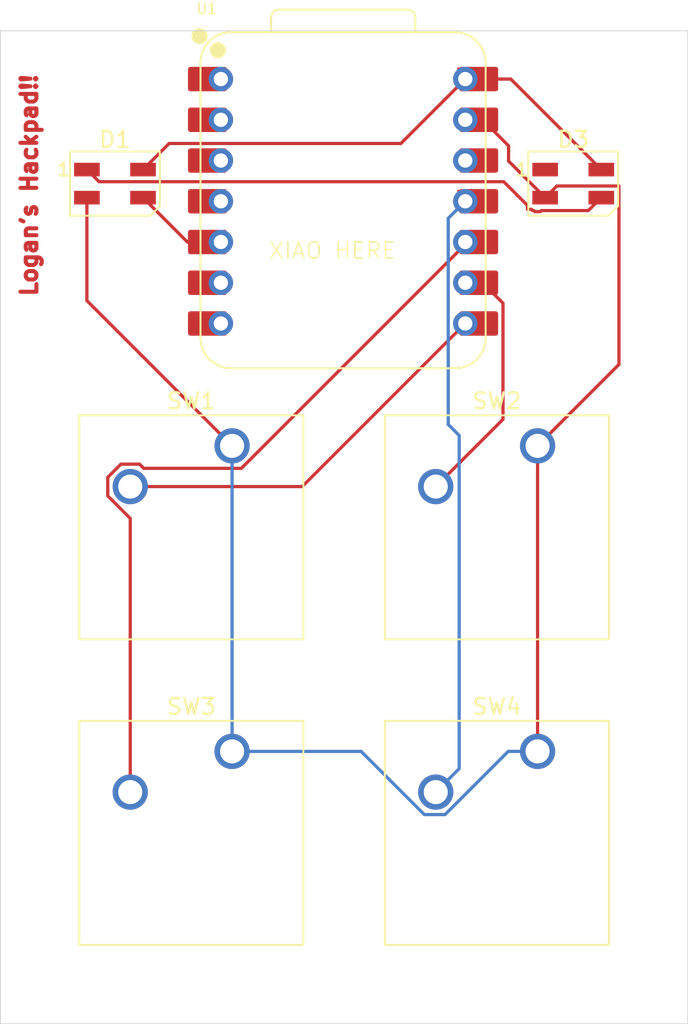
<source format=kicad_pcb>
(kicad_pcb (version 20241229) (generator "pcbnew") (generator_version "9.0")
  (layers (0 "F.Cu" signal) (2 "B.Cu" signal) (13 "F.Paste" user) (15 "B.Paste" user) (5 "F.SilkS" user "F.Silkscreen") (7 "B.SilkS" user "B.Silkscreen") (1 "F.Mask" user) (3 "B.Mask" user) (25 "Edge.Cuts" user))
  (net 0 "")
  (net 1 "+5V")
  (net 2 "Net-(D1-DOUT)")
  (net 3 "GND")
  (net 4 "Net-(D1-DIN)")
  (net 6 "Net-(U1-GPIO1{slash}RX)")
  (net 7 "Net-(U1-GPIO2{slash}SCK)")
  (net 8 "Net-(U1-GPIO4{slash}MISO)")
  (net 9 "Net-(U1-GPIO3{slash}MOSI)")
  (footprint "Button_Switch_Keyboard:SW_Cherry_MX_1.00u_PCB" (layer "F.Cu") (at 171.60875 147.32)
    (property "Reference" "SW4" (at -2.54 -2.794 0) (layer "F.SilkS"))
    (property "Value" "SW_Push")
    (fp_line (start -9.525 -1.905) (end 4.445 -1.905) (stroke (width 0.12)) (layer "F.SilkS"))
    (fp_line (start -9.525 12.065) (end -9.525 -1.905) (stroke (width 0.12)) (layer "F.SilkS"))
    (fp_line (start 4.445 -1.905) (end 4.445 12.065) (stroke (width 0.12)) (layer "F.SilkS"))
    (fp_line (start 4.445 12.065) (end -9.525 12.065) (stroke (width 0.12)) (layer "F.SilkS"))
    (pad "" np_thru_hole circle (at -7.62 5.08) (size 1.7 1.7) (drill 1.7) (layers "*.Cu" "*.Mask"))
    (pad "" np_thru_hole circle (at -2.54 5.08) (size 4 4) (drill 4) (layers "*.Cu" "*.Mask"))
    (pad "" np_thru_hole circle (at 2.54 5.08) (size 1.7 1.7) (drill 1.7) (layers "*.Cu" "*.Mask"))
    (pad "1" thru_hole circle (at 0 0) (size 2.2 2.2) (drill 1.5) (layers "*.Cu" "*.Mask") (net 3 "GND"))
    (pad "2" thru_hole circle (at -6.35 2.54) (size 2.2 2.2) (drill 1.5) (layers "*.Cu" "*.Mask") (net 9 "Net-(U1-GPIO3{slash}MOSI)"))
  )
  (footprint "Button_Switch_Keyboard:SW_Cherry_MX_1.00u_PCB" (layer "F.Cu") (at 152.55875 128.27)
    (property "Reference" "SW1" (at -2.54 -2.794 0) (layer "F.SilkS"))
    (property "Value" "SW_Push")
    (fp_line (start -9.525 -1.905) (end 4.445 -1.905) (stroke (width 0.12)) (layer "F.SilkS"))
    (fp_line (start -9.525 12.065) (end -9.525 -1.905) (stroke (width 0.12)) (layer "F.SilkS"))
    (fp_line (start 4.445 -1.905) (end 4.445 12.065) (stroke (width 0.12)) (layer "F.SilkS"))
    (fp_line (start 4.445 12.065) (end -9.525 12.065) (stroke (width 0.12)) (layer "F.SilkS"))
    (pad "" np_thru_hole circle (at -7.62 5.08) (size 1.7 1.7) (drill 1.7) (layers "*.Cu" "*.Mask"))
    (pad "" np_thru_hole circle (at -2.54 5.08) (size 4 4) (drill 4) (layers "*.Cu" "*.Mask"))
    (pad "" np_thru_hole circle (at 2.54 5.08) (size 1.7 1.7) (drill 1.7) (layers "*.Cu" "*.Mask"))
    (pad "1" thru_hole circle (at 0 0) (size 2.2 2.2) (drill 1.5) (layers "*.Cu" "*.Mask") (net 3 "GND"))
    (pad "2" thru_hole circle (at -6.35 2.54) (size 2.2 2.2) (drill 1.5) (layers "*.Cu" "*.Mask") (net 6 "Net-(U1-GPIO1{slash}RX)"))
  )
  (footprint "Button_Switch_Keyboard:SW_Cherry_MX_1.00u_PCB" (layer "F.Cu") (at 152.55875 147.32)
    (property "Reference" "SW3" (at -2.54 -2.794 0) (layer "F.SilkS"))
    (property "Value" "SW_Push")
    (fp_line (start -9.525 -1.905) (end 4.445 -1.905) (stroke (width 0.12)) (layer "F.SilkS"))
    (fp_line (start -9.525 12.065) (end -9.525 -1.905) (stroke (width 0.12)) (layer "F.SilkS"))
    (fp_line (start 4.445 -1.905) (end 4.445 12.065) (stroke (width 0.12)) (layer "F.SilkS"))
    (fp_line (start 4.445 12.065) (end -9.525 12.065) (stroke (width 0.12)) (layer "F.SilkS"))
    (pad "" np_thru_hole circle (at -7.62 5.08) (size 1.7 1.7) (drill 1.7) (layers "*.Cu" "*.Mask"))
    (pad "" np_thru_hole circle (at -2.54 5.08) (size 4 4) (drill 4) (layers "*.Cu" "*.Mask"))
    (pad "" np_thru_hole circle (at 2.54 5.08) (size 1.7 1.7) (drill 1.7) (layers "*.Cu" "*.Mask"))
    (pad "1" thru_hole circle (at 0 0) (size 2.2 2.2) (drill 1.5) (layers "*.Cu" "*.Mask") (net 3 "GND"))
    (pad "2" thru_hole circle (at -6.35 2.54) (size 2.2 2.2) (drill 1.5) (layers "*.Cu" "*.Mask") (net 8 "Net-(U1-GPIO4{slash}MISO)"))
  )
  (footprint "OPL:XIAO-RP2040-DIP" (layer "F.Cu") (at 159.48 113.02)
    (property "Reference" "U1" (at -8.5 -12 0) (layer "F.SilkS") (effects (font (size 0.635 0.635) (thickness 0.1016))))
    (property "Value" "XIAO-RP2040-DIP")
    (fp_line (start -8.89 8.509) (end -8.89 -8.636) (stroke (width 0.127)) (layer "F.SilkS"))
    (fp_line (start -6.985 10.414) (end 6.985 10.414) (stroke (width 0.127)) (layer "F.SilkS"))
    (fp_line (start -4.495 -10.541) (end -4.491272 -11.451272) (stroke (width 0.127)) (layer "F.SilkS"))
    (fp_line (start -3.991272 -11.951) (end 4.004 -11.951) (stroke (width 0.127)) (layer "F.SilkS"))
    (fp_line (start 4.504 -11.451) (end 4.504 -10.541) (stroke (width 0.127)) (layer "F.SilkS"))
    (fp_line (start 6.985 -10.541) (end -6.985 -10.541) (stroke (width 0.1)) (layer "F.SilkS"))
    (fp_line (start 6.985 -10.541) (end -6.985 -10.541) (stroke (width 0.127)) (layer "F.SilkS"))
    (fp_line (start 8.89 8.509) (end 8.89 -8.636) (stroke (width 0.127)) (layer "F.SilkS"))
    (fp_arc (start -8.89 -8.636) (mid -8.332038 -9.983038) (end -6.985 -10.541) (stroke (width 0.127)) (layer "F.SilkS"))
    (fp_arc (start -6.985 10.414) (mid -8.332038 9.856038) (end -8.89 8.509) (stroke (width 0.127)) (layer "F.SilkS"))
    (fp_arc (start -4.491272 -11.451272) (mid -4.344728 -11.80464) (end -3.991272 -11.951) (stroke (width 0.127)) (layer "F.SilkS"))
    (fp_arc (start 4.004 -11.951) (mid 4.357553 -11.804553) (end 4.504 -11.451) (stroke (width 0.127)) (layer "F.SilkS"))
    (fp_arc (start 6.985 -10.541) (mid 8.332038 -9.983038) (end 8.89 -8.636) (stroke (width 0.127)) (layer "F.SilkS"))
    (fp_arc (start 8.89 8.509) (mid 8.332038 9.856038) (end 6.985 10.414) (stroke (width 0.127)) (layer "F.SilkS"))
    (fp_circle (center -8.95 -10.3) (end -8.95 -10.554) (stroke (width 0.5)) (fill yes) (layer "F.SilkS"))
    (fp_circle (center -7.807 -9.42) (end -7.807 -9.674) (stroke (width 0.5)) (fill yes) (layer "F.SilkS"))
    (pad "1" smd roundrect (at -8.455 -7.62 180) (size 2.432 1.524) (layers "F.Cu" "F.Mask") (roundrect_rratio 0.1))
    (pad "1" thru_hole circle (at -7.62 -7.62 180) (size 1.524 1.524) (drill 0.889) (layers "*.Cu" "*.Mask"))
    (pad "2" smd roundrect (at -8.455 -5.08 180) (size 2.432 1.524) (layers "F.Cu" "F.Mask") (roundrect_rratio 0.1))
    (pad "2" thru_hole circle (at -7.62 -5.08 180) (size 1.524 1.524) (drill 0.889) (layers "*.Cu" "*.Mask"))
    (pad "3" smd roundrect (at -8.455 -2.54 180) (size 2.432 1.524) (layers "F.Cu" "F.Mask") (roundrect_rratio 0.1))
    (pad "3" thru_hole circle (at -7.62 -2.54 180) (size 1.524 1.524) (drill 0.889) (layers "*.Cu" "*.Mask"))
    (pad "4" smd roundrect (at -8.455 0 180) (size 2.432 1.524) (layers "F.Cu" "F.Mask") (roundrect_rratio 0.1))
    (pad "4" thru_hole circle (at -7.62 0 180) (size 1.524 1.524) (drill 0.889) (layers "*.Cu" "*.Mask"))
    (pad "5" smd roundrect (at -8.455 2.54 180) (size 2.432 1.524) (layers "F.Cu" "F.Mask") (roundrect_rratio 0.1) (net 4 "Net-(D1-DIN)"))
    (pad "5" thru_hole circle (at -7.62 2.54 180) (size 1.524 1.524) (drill 0.889) (layers "*.Cu" "*.Mask") (net 4 "Net-(D1-DIN)"))
    (pad "6" smd roundrect (at -8.455 5.08 180) (size 2.432 1.524) (layers "F.Cu" "F.Mask") (roundrect_rratio 0.1))
    (pad "6" thru_hole circle (at -7.62 5.08 180) (size 1.524 1.524) (drill 0.889) (layers "*.Cu" "*.Mask"))
    (pad "7" smd roundrect (at -8.455 7.62 180) (size 2.432 1.524) (layers "F.Cu" "F.Mask") (roundrect_rratio 0.1))
    (pad "7" thru_hole circle (at -7.62 7.62 180) (size 1.524 1.524) (drill 0.889) (layers "*.Cu" "*.Mask"))
    (pad "8" thru_hole circle (at 7.62 7.62) (size 1.524 1.524) (drill 0.889) (layers "*.Cu" "*.Mask") (net 6 "Net-(U1-GPIO1{slash}RX)"))
    (pad "8" smd roundrect (at 8.455 7.62) (size 2.432 1.524) (layers "F.Cu" "F.Mask") (roundrect_rratio 0.1) (net 6 "Net-(U1-GPIO1{slash}RX)"))
    (pad "9" thru_hole circle (at 7.62 5.08) (size 1.524 1.524) (drill 0.889) (layers "*.Cu" "*.Mask") (net 7 "Net-(U1-GPIO2{slash}SCK)"))
    (pad "9" smd roundrect (at 8.455 5.08) (size 2.432 1.524) (layers "F.Cu" "F.Mask") (roundrect_rratio 0.1) (net 7 "Net-(U1-GPIO2{slash}SCK)"))
    (pad "10" thru_hole circle (at 7.62 2.54) (size 1.524 1.524) (drill 0.889) (layers "*.Cu" "*.Mask") (net 8 "Net-(U1-GPIO4{slash}MISO)"))
    (pad "10" smd roundrect (at 8.455 2.54) (size 2.432 1.524) (layers "F.Cu" "F.Mask") (roundrect_rratio 0.1) (net 8 "Net-(U1-GPIO4{slash}MISO)"))
    (pad "11" thru_hole circle (at 7.62 0) (size 1.524 1.524) (drill 0.889) (layers "*.Cu" "*.Mask") (net 9 "Net-(U1-GPIO3{slash}MOSI)"))
    (pad "11" smd roundrect (at 8.455 0) (size 2.432 1.524) (layers "F.Cu" "F.Mask") (roundrect_rratio 0.1) (net 9 "Net-(U1-GPIO3{slash}MOSI)"))
    (pad "12" thru_hole circle (at 7.62 -2.54) (size 1.524 1.524) (drill 0.889) (layers "*.Cu" "*.Mask"))
    (pad "12" smd roundrect (at 8.455 -2.54) (size 2.432 1.524) (layers "F.Cu" "F.Mask") (roundrect_rratio 0.1))
    (pad "13" thru_hole circle (at 7.62 -5.08) (size 1.524 1.524) (drill 0.889) (layers "*.Cu" "*.Mask") (net 3 "GND"))
    (pad "13" smd roundrect (at 8.455 -5.08) (size 2.432 1.524) (layers "F.Cu" "F.Mask") (roundrect_rratio 0.1) (net 3 "GND"))
    (pad "14" thru_hole circle (at 7.62 -7.62) (size 1.524 1.524) (drill 0.889) (layers "*.Cu" "*.Mask") (net 1 "+5V"))
    (pad "14" smd roundrect (at 8.455 -7.62) (size 2.432 1.524) (layers "F.Cu" "F.Mask") (roundrect_rratio 0.1) (net 1 "+5V"))
  )
  (footprint "Button_Switch_Keyboard:SW_Cherry_MX_1.00u_PCB" (layer "F.Cu") (at 171.60875 128.27)
    (property "Reference" "SW2" (at -2.54 -2.794 0) (layer "F.SilkS"))
    (property "Value" "SW_Push")
    (fp_line (start -9.525 -1.905) (end 4.445 -1.905) (stroke (width 0.12)) (layer "F.SilkS"))
    (fp_line (start -9.525 12.065) (end -9.525 -1.905) (stroke (width 0.12)) (layer "F.SilkS"))
    (fp_line (start 4.445 -1.905) (end 4.445 12.065) (stroke (width 0.12)) (layer "F.SilkS"))
    (fp_line (start 4.445 12.065) (end -9.525 12.065) (stroke (width 0.12)) (layer "F.SilkS"))
    (pad "" np_thru_hole circle (at -7.62 5.08) (size 1.7 1.7) (drill 1.7) (layers "*.Cu" "*.Mask"))
    (pad "" np_thru_hole circle (at -2.54 5.08) (size 4 4) (drill 4) (layers "*.Cu" "*.Mask"))
    (pad "" np_thru_hole circle (at 2.54 5.08) (size 1.7 1.7) (drill 1.7) (layers "*.Cu" "*.Mask"))
    (pad "1" thru_hole circle (at 0 0) (size 2.2 2.2) (drill 1.5) (layers "*.Cu" "*.Mask") (net 3 "GND"))
    (pad "2" thru_hole circle (at -6.35 2.54) (size 2.2 2.2) (drill 1.5) (layers "*.Cu" "*.Mask") (net 7 "Net-(U1-GPIO2{slash}SCK)"))
  )
  (footprint "LED_SMD:LED_SK6812MINI_PLCC4_3.5x3.5mm_P1.75mm" (layer "F.Cu") (at 173.83125 111.91875)
    (property "Reference" "D3" (at 0 -2.75 0) (layer "F.SilkS"))
    (property "Value" "SK6812MINI")
    (fp_line (start -2.8 -2) (end -2.8 2) (stroke (width 0.12)) (layer "F.SilkS"))
    (fp_line (start -2.8 -2) (end 2.8 -2) (stroke (width 0.12)) (layer "F.SilkS"))
    (fp_line (start -2.8 2) (end 2.2 2) (stroke (width 0.12)) (layer "F.SilkS"))
    (fp_line (start 2.8 1.4) (end 2.2 2) (stroke (width 0.12)) (layer "F.SilkS"))
    (fp_line (start 2.8 1.4) (end 2.8 -2) (stroke (width 0.12)) (layer "F.SilkS"))
    (fp_text user "1" (at -3.2 -0.875 0) (layer "F.SilkS") (effects (font (size 0.8 0.8))))
    (pad "1" smd rect (at -1.75 -0.875) (size 1.6 0.85) (layers "F.Cu" "F.Mask" "F.Paste"))
    (pad "2" smd rect (at -1.75 0.875) (size 1.6 0.85) (layers "F.Cu" "F.Mask" "F.Paste") (net 3 "GND"))
    (pad "3" smd rect (at 1.75 0.875) (size 1.6 0.85) (layers "F.Cu" "F.Mask" "F.Paste") (net 2 "Net-(D1-DOUT)"))
    (pad "4" smd rect (at 1.75 -0.875) (size 1.6 0.85) (layers "F.Cu" "F.Mask" "F.Paste") (net 1 "+5V"))
  )
  (footprint "LED_SMD:LED_SK6812MINI_PLCC4_3.5x3.5mm_P1.75mm" (layer "F.Cu") (at 145.25625 111.91875)
    (property "Reference" "D1" (at 0 -2.75 0) (layer "F.SilkS"))
    (property "Value" "SK6812MINI")
    (fp_line (start -2.8 -2) (end -2.8 2) (stroke (width 0.12)) (layer "F.SilkS"))
    (fp_line (start -2.8 -2) (end 2.8 -2) (stroke (width 0.12)) (layer "F.SilkS"))
    (fp_line (start -2.8 2) (end 2.2 2) (stroke (width 0.12)) (layer "F.SilkS"))
    (fp_line (start 2.8 1.4) (end 2.2 2) (stroke (width 0.12)) (layer "F.SilkS"))
    (fp_line (start 2.8 1.4) (end 2.8 -2) (stroke (width 0.12)) (layer "F.SilkS"))
    (fp_text user "1" (at -3.2 -0.875 0) (layer "F.SilkS") (effects (font (size 0.8 0.8))))
    (pad "1" smd rect (at -1.75 -0.875) (size 1.6 0.85) (layers "F.Cu" "F.Mask" "F.Paste") (net 2 "Net-(D1-DOUT)"))
    (pad "2" smd rect (at -1.75 0.875) (size 1.6 0.85) (layers "F.Cu" "F.Mask" "F.Paste") (net 3 "GND"))
    (pad "3" smd rect (at 1.75 0.875) (size 1.6 0.85) (layers "F.Cu" "F.Mask" "F.Paste") (net 4 "Net-(D1-DIN)"))
    (pad "4" smd rect (at 1.75 -0.875) (size 1.6 0.85) (layers "F.Cu" "F.Mask" "F.Paste") (net 1 "+5V"))
  )
  (gr_rect (start 138.1125 102.39375) (end 180.975 164.30625) (stroke (width 0.05)) (fill no) (layer "Edge.Cuts"))
  (gr_text "Logan's Hackpad!!" (at 140.49375 119.0625 90) (layer "F.Cu") (effects (font (size 1 1) (thickness 0.25) (bold yes)) (justify left bottom)))
  (gr_text "XIAO HERE" (at 154.78125 116.68125 0) (layer "F.SilkS") (effects (font (size 1 1) (thickness 0.1)) (justify left bottom)))
  (segment (start 166.6875 104.775) (end 167.5225 104.775) (width 0.2) (layer "F.Cu") (net 1))
  (segment (start 148.633 109.417) (end 163.083 109.417) (width 0.2) (layer "F.Cu") (net 1))
  (segment (start 167.1 105.4) (end 169.9375 105.4) (width 0.2) (layer "F.Cu") (net 1))
  (segment (start 163.083 109.417) (end 167.1 105.4) (width 0.2) (layer "F.Cu") (net 1))
  (segment (start 147.00625 111.04375) (end 148.633 109.417) (width 0.2) (layer "F.Cu") (net 1))
  (segment (start 169.9375 105.4) (end 175.58125 111.04375) (width 0.2) (layer "F.Cu") (net 1))
  (segment (start 171.3 113.6) (end 171.3754 113.6) (width 0.2) (layer "F.Cu") (net 2))
  (segment (start 171.77485 113.66725) (end 171.8421 113.6) (width 0.2) (layer "F.Cu") (net 2))
  (segment (start 174.775 113.6) (end 175.58125 112.79375) (width 0.2) (layer "F.Cu") (net 2))
  (segment (start 170.98025 113.51975) (end 171.21975 113.51975) (width 0.2) (layer "F.Cu") (net 2))
  (segment (start 143.50625 111.04375) (end 144.2625 111.8) (width 0.2) (layer "F.Cu") (net 2))
  (segment (start 144.2625 111.8) (end 169.5 111.8) (width 0.2) (layer "F.Cu") (net 2))
  (segment (start 169.5 111.8) (end 170.98025 113.28025) (width 0.2) (layer "F.Cu") (net 2))
  (segment (start 171.8421 113.6) (end 174.775 113.6) (width 0.2) (layer "F.Cu") (net 2))
  (segment (start 171.3754 113.6) (end 171.44265 113.66725) (width 0.2) (layer "F.Cu") (net 2))
  (segment (start 170.98025 113.28025) (end 170.98025 113.51975) (width 0.2) (layer "F.Cu") (net 2))
  (segment (start 171.44265 113.66725) (end 171.77485 113.66725) (width 0.2) (layer "F.Cu") (net 2))
  (segment (start 171.21975 113.51975) (end 171.3 113.6) (width 0.2) (layer "F.Cu") (net 2))
  (segment (start 171.60875 147.32) (end 171.60875 128.27) (width 0.2) (layer "F.Cu") (net 3))
  (segment (start 176.68225 112.06775) (end 172.80725 112.06775) (width 0.2) (layer "F.Cu") (net 3))
  (segment (start 172.08125 112.79375) (end 169.8 110.5125) (width 0.2) (layer "F.Cu") (net 3))
  (segment (start 169.8 110.5125) (end 169.8 109.56237) (width 0.2) (layer "F.Cu") (net 3))
  (segment (start 152.55875 128.27) (end 143.50625 119.2175) (width 0.2) (layer "F.Cu") (net 3))
  (segment (start 176.68225 123.1965) (end 176.68225 112.06775) (width 0.2) (layer "F.Cu") (net 3))
  (segment (start 168.17763 107.94) (end 167.1 107.94) (width 0.2) (layer "F.Cu") (net 3))
  (segment (start 171.60875 128.27) (end 176.68225 123.1965) (width 0.2) (layer "F.Cu") (net 3))
  (segment (start 169.8 109.56237) (end 168.17763 107.94) (width 0.2) (layer "F.Cu") (net 3))
  (segment (start 172.80725 112.06775) (end 172.08125 112.79375) (width 0.2) (layer "F.Cu") (net 3))
  (segment (start 143.50625 119.2175) (end 143.50625 112.79375) (width 0.2) (layer "F.Cu") (net 3))
  (segment (start 152.55875 147.32) (end 152.55875 128.27) (width 0.2) (layer "B.Cu") (net 3))
  (segment (start 164.54822 151.261) (end 160.60722 147.32) (width 0.2) (layer "B.Cu") (net 3))
  (segment (start 160.60722 147.32) (end 152.55875 147.32) (width 0.2) (layer "B.Cu") (net 3))
  (segment (start 165.839064 151.261) (end 164.54822 151.261) (width 0.2) (layer "B.Cu") (net 3))
  (segment (start 169.780064 147.32) (end 165.839064 151.261) (width 0.2) (layer "B.Cu") (net 3))
  (segment (start 171.60875 147.32) (end 169.780064 147.32) (width 0.2) (layer "B.Cu") (net 3))
  (segment (start 147.00625 112.79375) (end 149.7725 115.56) (width 0.2) (layer "F.Cu") (net 4))
  (segment (start 149.7725 115.56) (end 151.86 115.56) (width 0.2) (layer "F.Cu") (net 4))
  (segment (start 146.20875 130.81) (end 156.93 130.81) (width 0.2) (layer "F.Cu") (net 6))
  (segment (start 156.93 130.81) (end 167.1 120.64) (width 0.2) (layer "F.Cu") (net 6))
  (segment (start 165.25875 130.81) (end 169.452 126.61675) (width 0.2) (layer "F.Cu") (net 7))
  (segment (start 169.452 126.61675) (end 169.452 119.37437) (width 0.2) (layer "F.Cu") (net 7))
  (segment (start 169.452 119.37437) (end 168.17763 118.1) (width 0.2) (layer "F.Cu") (net 7))
  (segment (start 168.17763 118.1) (end 167.1 118.1) (width 0.2) (layer "F.Cu") (net 7))
  (segment (start 153.139064 129.671) (end 167.1 115.710064) (width 0.2) (layer "F.Cu") (net 8))
  (segment (start 146.20875 149.86) (end 146.20875 132.791314) (width 0.2) (layer "F.Cu") (net 8))
  (segment (start 144.80775 131.390314) (end 144.80775 130.229686) (width 0.2) (layer "F.Cu") (net 8))
  (segment (start 146.20875 132.791314) (end 144.80775 131.390314) (width 0.2) (layer "F.Cu") (net 8))
  (segment (start 145.628436 129.409) (end 146.789064 129.409) (width 0.2) (layer "F.Cu") (net 8))
  (segment (start 147.051064 129.671) (end 153.139064 129.671) (width 0.2) (layer "F.Cu") (net 8))
  (segment (start 146.789064 129.409) (end 147.051064 129.671) (width 0.2) (layer "F.Cu") (net 8))
  (segment (start 144.80775 130.229686) (end 145.628436 129.409) (width 0.2) (layer "F.Cu") (net 8))
  (segment (start 167.1 115.710064) (end 167.1 115.56) (width 0.2) (layer "F.Cu") (net 8))
  (segment (start 167.301126 112.395) (end 166.6875 112.395) (width 0.2) (layer "F.Cu") (net 9))
  (segment (start 166.037 114.083) (end 166.037 126.93672) (width 0.2) (layer "B.Cu") (net 9))
  (segment (start 166.71775 148.401) (end 165.25875 149.86) (width 0.2) (layer "B.Cu") (net 9))
  (segment (start 166.037 126.93672) (end 166.71775 127.61747) (width 0.2) (layer "B.Cu") (net 9))
  (segment (start 167.1 113.02) (end 166.037 114.083) (width 0.2) (layer "B.Cu") (net 9))
  (segment (start 166.71775 127.61747) (end 166.71775 148.401) (width 0.2) (layer "B.Cu") (net 9))
)
</source>
